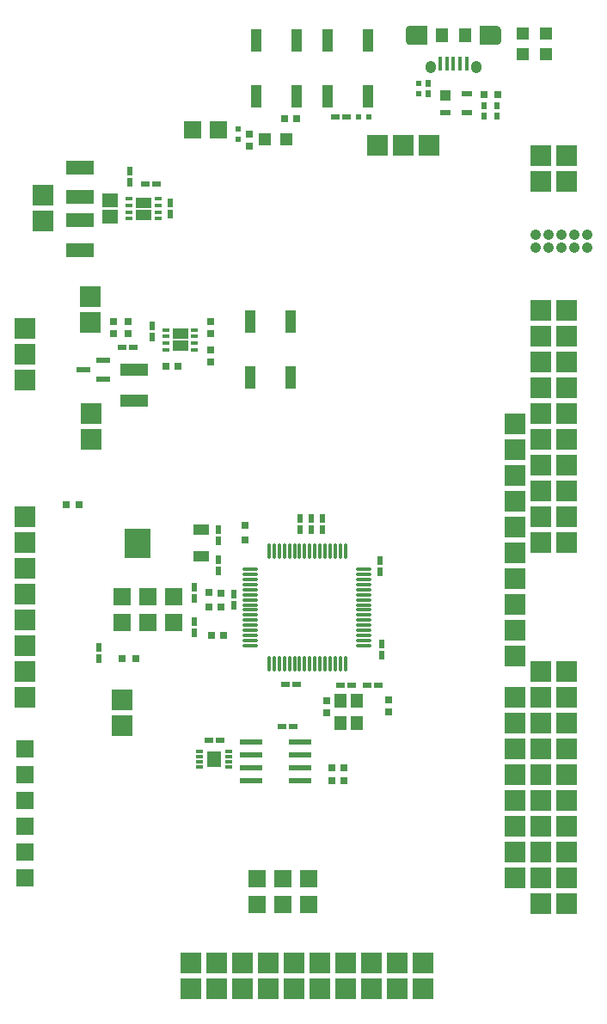
<source format=gtp>
G04 Layer_Color=8421504*
%FSLAX43Y43*%
%MOMM*%
G71*
G01*
G75*
%ADD11R,0.400X1.350*%
%ADD12R,1.000X2.250*%
%ADD14R,1.150X1.400*%
%ADD15R,1.600X1.000*%
%ADD16R,2.500X3.000*%
%ADD18R,0.700X0.300*%
%ADD19R,0.675X0.350*%
%ADD21O,0.300X1.650*%
%ADD22O,1.650X0.300*%
%ADD23R,2.200X0.600*%
%ADD24R,1.400X0.600*%
%ADD25R,1.200X1.200*%
%ADD26R,1.100X1.000*%
%ADD27R,1.100X0.600*%
%ADD28R,0.700X0.700*%
%ADD29R,2.800X1.400*%
%ADD30R,0.762X0.762*%
%ADD31R,2.700X1.250*%
%ADD32R,1.500X1.350*%
%ADD33R,0.900X0.600*%
%ADD34R,0.600X0.900*%
%ADD36R,0.650X0.800*%
%ADD37R,0.800X0.650*%
%ADD38R,0.550X0.600*%
%ADD39R,0.500X0.650*%
%ADD40R,1.200X1.200*%
%ADD41R,0.700X0.700*%
%ADD42R,0.600X0.550*%
G04:AMPARAMS|DCode=116|XSize=1.05mm|YSize=1.25mm|CornerRadius=0.525mm|HoleSize=0mm|Usage=FLASHONLY|Rotation=180.000|XOffset=0mm|YOffset=0mm|HoleType=Round|Shape=RoundedRectangle|*
%AMROUNDEDRECTD116*
21,1,1.050,0.200,0,0,180.0*
21,1,0.000,1.250,0,0,180.0*
1,1,1.050,0.000,0.100*
1,1,1.050,0.000,0.100*
1,1,1.050,0.000,-0.100*
1,1,1.050,0.000,-0.100*
%
%ADD116ROUNDEDRECTD116*%
G04:AMPARAMS|DCode=117|XSize=2.1mm|YSize=1.9mm|CornerRadius=0.494mm|HoleSize=0mm|Usage=FLASHONLY|Rotation=180.000|XOffset=0mm|YOffset=0mm|HoleType=Round|Shape=RoundedRectangle|*
%AMROUNDEDRECTD117*
21,1,2.100,0.912,0,0,180.0*
21,1,1.112,1.900,0,0,180.0*
1,1,0.988,-0.556,0.456*
1,1,0.988,0.556,0.456*
1,1,0.988,0.556,-0.456*
1,1,0.988,-0.556,-0.456*
%
%ADD117ROUNDEDRECTD117*%
%ADD118R,1.700X1.700*%
%ADD119R,2.100X2.100*%
%ADD120R,2.100X2.100*%
%ADD121C,1.050*%
%ADD122R,1.750X1.750*%
%ADD123R,1.700X1.700*%
%ADD124R,1.550X1.125*%
%ADD125R,1.350X1.550*%
%ADD126R,1.300X1.400*%
G36*
X-18200Y-2625D02*
X-19800D01*
X-19848Y-2621D01*
X-19901Y-2614D01*
X-19954Y-2599D01*
X-19997Y-2583D01*
X-20039Y-2563D01*
X-20083Y-2535D01*
X-20121Y-2506D01*
X-20160Y-2472D01*
X-20189Y-2436D01*
X-20217Y-2399D01*
X-20241Y-2358D01*
X-20261Y-2316D01*
X-20277Y-2274D01*
X-20289Y-2223D01*
X-20296Y-2178D01*
X-20300Y-2125D01*
Y-1225D01*
X-20296Y-1170D01*
X-20288Y-1125D01*
X-20276Y-1075D01*
X-20260Y-1035D01*
X-20247Y-1002D01*
X-20222Y-959D01*
X-20196Y-922D01*
X-20165Y-884D01*
X-20120Y-843D01*
X-20080Y-813D01*
X-20034Y-784D01*
X-19981Y-760D01*
X-19894Y-734D01*
X-19800Y-725D01*
X-18200D01*
Y-2625D01*
D02*
G37*
G36*
X-11352Y-729D02*
X-11299Y-736D01*
X-11246Y-751D01*
X-11203Y-767D01*
X-11161Y-787D01*
X-11117Y-815D01*
X-11079Y-844D01*
X-11040Y-878D01*
X-11011Y-914D01*
X-10983Y-951D01*
X-10959Y-992D01*
X-10939Y-1034D01*
X-10923Y-1076D01*
X-10911Y-1127D01*
X-10904Y-1172D01*
X-10900Y-1225D01*
Y-2125D01*
X-10904Y-2180D01*
X-10912Y-2225D01*
X-10924Y-2275D01*
X-10940Y-2315D01*
X-10953Y-2348D01*
X-10978Y-2391D01*
X-11004Y-2428D01*
X-11035Y-2466D01*
X-11080Y-2507D01*
X-11120Y-2537D01*
X-11166Y-2566D01*
X-11219Y-2590D01*
X-11306Y-2616D01*
X-11400Y-2625D01*
X-13000D01*
Y-725D01*
X-11400D01*
X-11352Y-729D01*
D02*
G37*
D11*
X-14300Y-4475D02*
D03*
X-14950D02*
D03*
X-15600D02*
D03*
X-16250D02*
D03*
X-16900D02*
D03*
D12*
X-35000Y-7650D02*
D03*
Y-2150D02*
D03*
X-31000D02*
D03*
Y-7650D02*
D03*
X-28000D02*
D03*
Y-2150D02*
D03*
X-24000D02*
D03*
Y-7650D02*
D03*
X-31625Y-29875D02*
D03*
Y-35375D02*
D03*
X-35625D02*
D03*
Y-29875D02*
D03*
D14*
X-26700Y-67200D02*
D03*
Y-69400D02*
D03*
X-25100D02*
D03*
Y-67200D02*
D03*
D15*
X-40475Y-50375D02*
D03*
Y-52975D02*
D03*
D16*
X-46725Y-51675D02*
D03*
D18*
X-40625Y-72175D02*
D03*
Y-72675D02*
D03*
Y-73175D02*
D03*
Y-73675D02*
D03*
X-37725D02*
D03*
Y-73175D02*
D03*
Y-72675D02*
D03*
Y-72175D02*
D03*
D19*
X-41100Y-32620D02*
D03*
Y-31970D02*
D03*
Y-31320D02*
D03*
Y-30670D02*
D03*
X-43924D02*
D03*
Y-31320D02*
D03*
Y-31970D02*
D03*
Y-32620D02*
D03*
X-44700Y-19720D02*
D03*
Y-19070D02*
D03*
Y-18420D02*
D03*
Y-17770D02*
D03*
X-47525D02*
D03*
Y-18420D02*
D03*
Y-19070D02*
D03*
Y-19720D02*
D03*
D21*
X-33750Y-52425D02*
D03*
X-33250D02*
D03*
X-32750D02*
D03*
X-32250D02*
D03*
X-31750D02*
D03*
X-31250D02*
D03*
X-30750D02*
D03*
X-30250D02*
D03*
X-29750D02*
D03*
X-29250D02*
D03*
X-28750D02*
D03*
X-28250D02*
D03*
X-27750D02*
D03*
X-27250D02*
D03*
X-26750D02*
D03*
X-26250D02*
D03*
Y-63575D02*
D03*
X-26750D02*
D03*
X-27250D02*
D03*
X-27750D02*
D03*
X-28250D02*
D03*
X-28750D02*
D03*
X-29250D02*
D03*
X-29750D02*
D03*
X-30250D02*
D03*
X-30750D02*
D03*
X-31250D02*
D03*
X-31750D02*
D03*
X-32250D02*
D03*
X-32750D02*
D03*
X-33250D02*
D03*
X-33750D02*
D03*
D22*
X-24425Y-54250D02*
D03*
Y-54750D02*
D03*
Y-55250D02*
D03*
Y-55750D02*
D03*
Y-56250D02*
D03*
Y-56750D02*
D03*
Y-57250D02*
D03*
Y-57750D02*
D03*
Y-58250D02*
D03*
Y-58750D02*
D03*
Y-59250D02*
D03*
Y-59750D02*
D03*
Y-60250D02*
D03*
Y-60750D02*
D03*
Y-61250D02*
D03*
Y-61750D02*
D03*
X-35575D02*
D03*
Y-61250D02*
D03*
Y-60750D02*
D03*
Y-60250D02*
D03*
Y-59750D02*
D03*
Y-59250D02*
D03*
Y-58750D02*
D03*
Y-58250D02*
D03*
Y-57750D02*
D03*
Y-57250D02*
D03*
Y-56750D02*
D03*
Y-56250D02*
D03*
Y-55750D02*
D03*
Y-55250D02*
D03*
Y-54750D02*
D03*
Y-54250D02*
D03*
D23*
X-30700Y-75080D02*
D03*
Y-73810D02*
D03*
Y-72540D02*
D03*
Y-71270D02*
D03*
X-35500Y-75080D02*
D03*
Y-73810D02*
D03*
Y-72540D02*
D03*
Y-71270D02*
D03*
D24*
X-50100Y-35520D02*
D03*
Y-33620D02*
D03*
X-52000Y-34570D02*
D03*
D25*
X-34150Y-11900D02*
D03*
X-32050D02*
D03*
D26*
X-16400Y-7600D02*
D03*
D27*
Y-9300D02*
D03*
X-14300D02*
D03*
Y-7400D02*
D03*
D28*
X-46850Y-63025D02*
D03*
X-48250D02*
D03*
X-11200Y-7500D02*
D03*
X-12600D02*
D03*
D29*
X-52375Y-14670D02*
D03*
Y-17570D02*
D03*
Y-19895D02*
D03*
Y-22795D02*
D03*
D30*
X-38450Y-57973D02*
D03*
Y-56576D02*
D03*
X-36100Y-49939D02*
D03*
Y-51336D02*
D03*
D31*
X-47050Y-34570D02*
D03*
Y-37620D02*
D03*
D32*
X-49400Y-19545D02*
D03*
Y-17895D02*
D03*
D33*
X-32475Y-69700D02*
D03*
X-31375D02*
D03*
X-32100Y-65600D02*
D03*
X-31000D02*
D03*
X-25600Y-65700D02*
D03*
X-26700D02*
D03*
X-24100D02*
D03*
X-23000D02*
D03*
X-45975Y-16295D02*
D03*
X-44875D02*
D03*
X-48225Y-32400D02*
D03*
X-47125D02*
D03*
X-39675Y-71125D02*
D03*
X-38575D02*
D03*
X-27225Y-9700D02*
D03*
X-26125D02*
D03*
D34*
X-28525Y-50325D02*
D03*
Y-49225D02*
D03*
X-41150Y-56000D02*
D03*
Y-57100D02*
D03*
X-41125Y-59425D02*
D03*
Y-60525D02*
D03*
X-38775Y-51475D02*
D03*
Y-50375D02*
D03*
Y-53275D02*
D03*
Y-54375D02*
D03*
X-22800Y-54450D02*
D03*
Y-53350D02*
D03*
X-22650Y-62725D02*
D03*
Y-61625D02*
D03*
X-30737Y-49225D02*
D03*
Y-50325D02*
D03*
X-29638Y-49225D02*
D03*
Y-50325D02*
D03*
X-37225Y-56700D02*
D03*
Y-57800D02*
D03*
X-43475Y-19270D02*
D03*
Y-18170D02*
D03*
X-47500Y-15045D02*
D03*
Y-16145D02*
D03*
X-45225Y-30270D02*
D03*
Y-31370D02*
D03*
X-50525Y-61900D02*
D03*
Y-63000D02*
D03*
D36*
X-22000Y-67100D02*
D03*
Y-68300D02*
D03*
X-28100Y-67200D02*
D03*
Y-68400D02*
D03*
X-47675Y-31045D02*
D03*
Y-29845D02*
D03*
X-49050Y-29845D02*
D03*
Y-31045D02*
D03*
X-39500Y-33825D02*
D03*
Y-32625D02*
D03*
X-39475Y-31025D02*
D03*
Y-29825D02*
D03*
X-35700Y-11400D02*
D03*
Y-12600D02*
D03*
D37*
X-27575Y-73775D02*
D03*
X-26375D02*
D03*
X-27575Y-75075D02*
D03*
X-26375D02*
D03*
X-43925Y-34270D02*
D03*
X-42725D02*
D03*
X-53700Y-47900D02*
D03*
X-52500D02*
D03*
X-32200Y-9900D02*
D03*
X-31000D02*
D03*
X-38250Y-60750D02*
D03*
X-39450D02*
D03*
D38*
X-19000Y-7400D02*
D03*
Y-6400D02*
D03*
X-36800Y-10900D02*
D03*
Y-11900D02*
D03*
D39*
X-18100Y-6425D02*
D03*
Y-7375D02*
D03*
X-12600Y-9575D02*
D03*
Y-8625D02*
D03*
X-11300Y-9575D02*
D03*
Y-8625D02*
D03*
D40*
X-6500Y-1450D02*
D03*
Y-3550D02*
D03*
X-8750Y-1450D02*
D03*
Y-3550D02*
D03*
D41*
X-39700Y-56550D02*
D03*
Y-57950D02*
D03*
D42*
X-23950Y-9700D02*
D03*
X-24950D02*
D03*
D116*
X-17825Y-4800D02*
D03*
X-13375D02*
D03*
D117*
X-19250Y-1675D02*
D03*
X-11950D02*
D03*
D118*
X-57778Y-84610D02*
D03*
Y-82070D02*
D03*
Y-79530D02*
D03*
Y-76990D02*
D03*
Y-74450D02*
D03*
Y-71910D02*
D03*
D119*
X-9518Y-84610D02*
D03*
Y-82070D02*
D03*
Y-79530D02*
D03*
Y-76990D02*
D03*
Y-74450D02*
D03*
Y-71910D02*
D03*
Y-69370D02*
D03*
Y-66830D02*
D03*
Y-39906D02*
D03*
Y-42446D02*
D03*
Y-44986D02*
D03*
Y-47526D02*
D03*
Y-50066D02*
D03*
Y-52606D02*
D03*
Y-55146D02*
D03*
Y-57686D02*
D03*
Y-60226D02*
D03*
Y-62766D02*
D03*
X-28730Y-95570D02*
D03*
Y-93030D02*
D03*
X-26190Y-95570D02*
D03*
Y-93030D02*
D03*
X-23650Y-95570D02*
D03*
Y-93030D02*
D03*
X-21110Y-95570D02*
D03*
Y-93030D02*
D03*
X-18570Y-95570D02*
D03*
X-31270Y-93030D02*
D03*
Y-95570D02*
D03*
X-33810Y-93030D02*
D03*
Y-95570D02*
D03*
X-36350Y-93030D02*
D03*
Y-95570D02*
D03*
X-38890Y-93030D02*
D03*
Y-95570D02*
D03*
X-41430Y-93030D02*
D03*
Y-95570D02*
D03*
X-18570Y-93030D02*
D03*
X-57778Y-49050D02*
D03*
Y-51590D02*
D03*
Y-54130D02*
D03*
Y-56670D02*
D03*
Y-59210D02*
D03*
Y-61750D02*
D03*
Y-64290D02*
D03*
Y-66830D02*
D03*
X-23065Y-12525D02*
D03*
X-20525D02*
D03*
X-17985D02*
D03*
D120*
X-57778Y-30490D02*
D03*
Y-33030D02*
D03*
Y-35570D02*
D03*
X-48240Y-67120D02*
D03*
Y-69660D02*
D03*
X-6970Y-64290D02*
D03*
X-4430Y-87150D02*
D03*
X-6970D02*
D03*
X-4430Y-84610D02*
D03*
X-6970D02*
D03*
X-4430Y-82070D02*
D03*
X-6970D02*
D03*
X-4430Y-79530D02*
D03*
X-6970D02*
D03*
X-4430Y-76990D02*
D03*
X-6970D02*
D03*
X-4430Y-64290D02*
D03*
X-6970Y-66830D02*
D03*
X-4430D02*
D03*
X-6970Y-69370D02*
D03*
X-4430D02*
D03*
X-6970Y-71910D02*
D03*
X-4430D02*
D03*
X-6970Y-74450D02*
D03*
X-4430D02*
D03*
X-6970Y-28730D02*
D03*
X-4430Y-51590D02*
D03*
X-6970D02*
D03*
X-4430Y-49050D02*
D03*
X-6970D02*
D03*
X-4430Y-46510D02*
D03*
X-6970D02*
D03*
X-4430Y-43970D02*
D03*
X-6970D02*
D03*
X-4430Y-41430D02*
D03*
X-6970D02*
D03*
X-4430Y-28730D02*
D03*
X-6970Y-31270D02*
D03*
X-4430D02*
D03*
X-6970Y-33810D02*
D03*
X-4430D02*
D03*
X-6970Y-36350D02*
D03*
X-4430D02*
D03*
X-6970Y-38890D02*
D03*
X-4430D02*
D03*
X-56000Y-19940D02*
D03*
Y-17400D02*
D03*
X-51300Y-38925D02*
D03*
Y-41465D02*
D03*
X-51400Y-29958D02*
D03*
Y-27417D02*
D03*
X-6970Y-13490D02*
D03*
X-4430D02*
D03*
X-6970Y-16030D02*
D03*
X-4430D02*
D03*
D121*
X-2450Y-21305D02*
D03*
Y-22575D02*
D03*
X-3720Y-21305D02*
D03*
Y-22575D02*
D03*
X-4990Y-21305D02*
D03*
Y-22575D02*
D03*
X-6260Y-21305D02*
D03*
Y-22575D02*
D03*
X-7530Y-21305D02*
D03*
Y-22575D02*
D03*
D122*
X-48240Y-59500D02*
D03*
Y-56960D02*
D03*
X-45700Y-59500D02*
D03*
Y-56960D02*
D03*
X-43160Y-59500D02*
D03*
Y-56960D02*
D03*
X-29889Y-84750D02*
D03*
Y-87290D02*
D03*
X-32429Y-84750D02*
D03*
Y-87290D02*
D03*
X-34969Y-84750D02*
D03*
Y-87290D02*
D03*
D123*
X-41270Y-10950D02*
D03*
X-38730D02*
D03*
D124*
X-42512Y-31033D02*
D03*
X-42512Y-32257D02*
D03*
X-46112Y-18133D02*
D03*
X-46112Y-19357D02*
D03*
D125*
X-39175Y-72925D02*
D03*
D126*
X-16750Y-1675D02*
D03*
X-14450D02*
D03*
M02*

</source>
